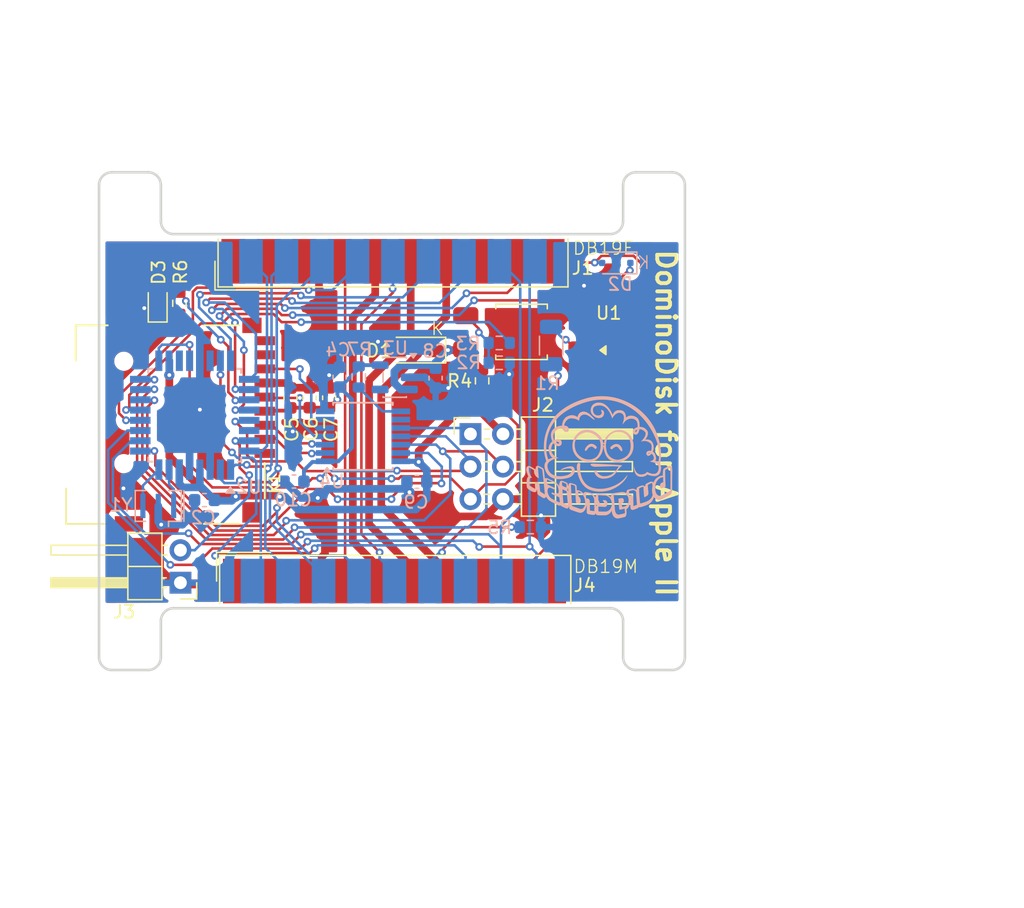
<source format=kicad_pcb>
(kicad_pcb (version 20241229) (generator "pcbnew") (generator_version "9.0")
  (title_block (comment 4 "AISLER Project ID: AYNAJPOB"))
  (layers (0 "F.Cu" signal) (2 "B.Cu" signal) (13 "F.Paste" user) (15 "B.Paste" user) (5 "F.SilkS" user "F.Silkscreen") (7 "B.SilkS" user "B.Silkscreen") (1 "F.Mask" user) (3 "B.Mask" user) (25 "Edge.Cuts" user))
  (net 0 "")
  (net 1 "TX")
  (net 2 "GND")
  (net 3 "PH0")
  (net 4 "PH1")
  (net 5 "PH2")
  (net 6 "PH3_in")
  (net 7 "Net-(U2-XTAL2{slash}PB7)")
  (net 8 "WRDATA")
  (net 9 "PH3_out")
  (net 10 "DRV2_burgerDisk")
  (net 11 "CS")
  (net 12 "MOSI")
  (net 13 "MISO")
  (net 14 "SCK")
  (net 15 "DRV1_in")
  (net 16 "HDSEL_out")
  (net 17 "DRV1_out")
  (net 18 "DRV2_out")
  (net 19 "WRPROT_in")
  (net 20 "5V_burgerDisk")
  (net 21 "WRPROT_out")
  (net 22 "5V_apple2")
  (net 23 "EN3.5")
  (net 24 "-12V")
  (net 25 "+12V")
  (net 26 "DRV2_in")
  (net 27 "WREQ")
  (net 28 "Net-(U2-XTAL1{slash}PB6)")
  (net 29 "Net-(D3-A)")
  (net 30 "RESET")
  (net 31 "RDDATA")
  (net 32 "Net-(R1-Pad2)")
  (net 33 "Net-(R2-Pad2)")
  (net 37 "HDSEL_in")
  (net 39 "3V3")
  (net 40 "CS_L")
  (net 41 "MOSI_L")
  (net 43 "MISO_L")
  (net 44 "SCLK_L")
  (net 46 "OE")
  (net 50 "LED")
  (footprint "db19:DSUB-19_Female_EdgeMount_Pitch2.77mm" (layer "F.Cu") (at 122.0266 44.6278 180)
    (property "Reference" "J1")
    (property "Value" "Daisy port out")
  )
  (footprint "Diode_SMD:D_SOD-123F" (layer "F.Cu") (at 123.9296 51.562 180)
    (property "Reference" "D1")
    (property "Value" "1N5818WS")
  )
  (footprint "HYC04-TF09-200:MICROSD-HYC77-TF09-200" (layer "F.Cu") (at 104.267 57.3786 -90)
    (property "Reference" "K1")
    (property "Value" "HYC77-TF09-200" (hide yes))
  )
  (footprint "Package_SO:SOP-4_3.8x4.1mm_P2.54mm" (layer "F.Cu") (at 132.0546 50.1396 180)
    (property "Reference" "U1")
    (property "Value" "PC817C-S")
  )
  (footprint "LED_SMD:LED_0603_1608Metric" (layer "F.Cu") (at 103.65973 47.883269 90)
    (property "Reference" "D3")
    (property "Value" "LED")
  )
  (footprint "Capacitor_SMD:C_0603_1608Metric" (layer "F.Cu") (at 117.0432 55.2828 -90)
    (property "Reference" "C7")
    (property "Value" "100n")
  )
  (footprint "Connector_PinHeader_2.54mm:PinHeader_1x02_P2.54mm_Horizontal" (layer "F.Cu") (at 105.4354 69.723 180)
    (property "Reference" "J3")
    (property "Value" "UART")
  )
  (footprint "MountingHole:MountingHole_3.2mm_M3" (layer "F.Cu") (at 142.2654 74.2696)
    (property "Reference" "REF**")
    (property "Value" "MountingHole_3.2mm_M3")
  )
  (footprint "Capacitor_SMD:C_0603_1608Metric" (layer "F.Cu") (at 114.0206 55.2958 -90)
    (property "Reference" "C5")
    (property "Value" "2u2")
  )
  (footprint "MountingHole:MountingHole_3.2mm_M3" (layer "F.Cu") (at 101.6254 74.2696)
    (property "Reference" "REF**")
    (property "Value" "MountingHole_3.2mm_M3")
  )
  (footprint "Resistor_SMD:R_0603_1608Metric" (layer "F.Cu") (at 105.3592 47.9044 90)
    (property "Reference" "R6")
    (property "Value" "150")
  )
  (footprint "MountingHole:MountingHole_3.2mm_M3" (layer "F.Cu") (at 142.2654 39.9796)
    (property "Reference" "REF**")
    (property "Value" "MountingHole_3.2mm_M3")
  )
  (footprint "Connector_PinHeader_2.54mm:PinHeader_2x03_P2.54mm_Horizontal" (layer "F.Cu") (at 128.0668 58.1152)
    (property "Reference" "J2")
    (property "Value" "ICSP_ISP6")
  )
  (footprint "db19:DSUB-19_Male_EdgeMount_Pitch2.77mm" (layer "F.Cu") (at 122.1486 69.5931)
    (property "Reference" "J4")
    (property "Value" "Daisy port in")
  )
  (footprint "Resistor_SMD:R_0603_1608Metric" (layer "F.Cu") (at 128.9812 53.9618 -90)
    (property "Reference" "R4")
    (property "Value" "10k")
  )
  (footprint "MountingHole:MountingHole_3.2mm_M3" (layer "F.Cu") (at 101.3714 39.9796)
    (property "Reference" "REF**")
    (property "Value" "MountingHole_3.2mm_M3")
  )
  (footprint "Capacitor_SMD:C_0603_1608Metric" (layer "F.Cu") (at 115.5192 55.2828 -90)
    (property "Reference" "C6")
    (property "Value" "100n")
  )
  (footprint "Resistor_SMD:R_0603_1608Metric" (layer "B.Cu") (at 119.3546 53.657 -90)
    (property "Reference" "R7")
    (property "Value" "10k")
  )
  (footprint "Resistor_SMD:R_0603_1608Metric" (layer "B.Cu") (at 132.7404 65.3796 180)
    (property "Reference" "R5")
    (property "Value" "330")
  )
  (footprint "LOGO" (layer "B.Cu") (at 138.136471 59.967687 180)
    (property "Reference" "G***")
    (property "Value" "LOGO" (hide yes))
  )
  (footprint "Package_QFP:TQFP-32_7x7mm_P0.8mm" (layer "B.Cu") (at 106.553 56.642 90)
    (property "Reference" "U2")
    (property "Value" "ATmega328P-AU")
  )
  (footprint "Capacitor_SMD:C_0603_1608Metric" (layer "B.Cu") (at 107.315 63.2714 180)
    (property "Reference" "C2")
    (property "Value" "100n")
  )
  (footprint "Resistor_SMD:R_1206_3216Metric" (layer "B.Cu") (at 134.366 51.2064 90)
    (property "Reference" "R1")
    (property "Value" "470")
  )
  (footprint "Resistor_SMD:R_0603_1608Metric" (layer "B.Cu") (at 130.3152 52.5526 180)
    (property "Reference" "R2")
    (property "Value" "10k")
  )
  (footprint "Capacitor_SMD:C_0603_1608Metric" (layer "B.Cu") (at 125.349 53.7464 90)
    (property "Reference" "C8")
    (property "Value" "2u2")
  )
  (footprint "Capacitor_SMD:C_0603_1608Metric" (layer "B.Cu") (at 117.856 53.6702 -90)
    (property "Reference" "C4")
    (property "Value" "2u2")
  )
  (footprint "Capacitor_SMD:C_0603_1608Metric" (layer "B.Cu") (at 123.8888 61.849)
    (property "Reference" "C9")
    (property "Value" "100n")
  )
  (footprint "Package_SO:TSSOP-14-1EP_4.4x5mm_P0.65mm" (layer "B.Cu") (at 119.6812 58.293)
    (property "Reference" "U4")
    (property "Value" "TXB0104PWR")
  )
  (footprint "Crystal:Resonator_SMD_Murata_CSTxExxV-3Pin_3.0x1.1mm" (layer "B.Cu") (at 103.7082 63.7286 180)
    (property "Reference" "Y1")
    (property "Value" "Crystal_GND2")
  )
  (footprint "Diode_SMD:D_SOD-323F" (layer "B.Cu") (at 139.446 44.7548 180)
    (property "Reference" "D2")
    (property "Value" "1N4448WS")
  )
  (footprint "Capacitor_SMD:C_0603_1608Metric" (layer "B.Cu") (at 114.3 61.8236 180)
    (property "Reference" "C10")
    (property "Value" "100n")
  )
  (footprint "Resistor_SMD:R_0603_1608Metric" (layer "B.Cu") (at 130.3152 51.0032 180)
    (property "Reference" "R3")
    (property "Value" "1k")
  )
  (footprint "Package_TO_SOT_SMD:SOT-23-5" (layer "B.Cu") (at 122.1584 53.6846 180)
    (property "Reference" "U3")
    (property "Value" "SE5218")
  )
  (gr_arc (start 103.9114 75.5396) (mid 103.618507 76.246707) (end 102.9114 76.5396) (stroke (width 0.2)) (layer "Edge.Cuts"))
  (gr_line (start 138.9794 71.7136) (end 104.9114 71.7136) (stroke (width 0.2)) (layer "Edge.Cuts"))
  (gr_arc (start 102.9114 37.6776) (mid 103.618507 37.970493) (end 103.9114 38.6776) (stroke (width 0.2)) (layer "Edge.Cuts"))
  (gr_arc (start 104.9114 42.5036) (mid 104.204293 42.210707) (end 103.9114 41.5036) (stroke (width 0.2)) (layer "Edge.Cuts"))
  (gr_line (start 143.8054 76.5396) (end 140.9794 76.5396) (stroke (width 0.2)) (layer "Edge.Cuts"))
  (gr_line (start 139.9794 75.5396) (end 139.9794 72.7136) (stroke (width 0.2)) (layer "Edge.Cuts"))
  (gr_arc (start 99.0854 38.6776) (mid 99.378293 37.970493) (end 100.0854 37.6776) (stroke (width 0.2)) (layer "Edge.Cuts"))
  (gr_line (start 103.9114 72.7136) (end 103.9114 75.5396) (stroke (width 0.2)) (layer "Edge.Cuts"))
  (gr_line (start 140.9794 37.6776) (end 143.8054 37.6776) (stroke (width 0.2)) (layer "Edge.Cuts"))
  (gr_line (start 144.8054 38.6776) (end 144.8054 75.5396) (stroke (width 0.2)) (layer "Edge.Cuts"))
  (gr_arc (start 103.9114 72.7136) (mid 104.204293 72.006493) (end 104.9114 71.7136) (stroke (width 0.2)) (layer "Edge.Cuts"))
  (gr_line (start 103.9114 38.6776) (end 103.9114 41.5036) (stroke (width 0.2)) (layer "Edge.Cuts"))
  (gr_arc (start 139.9794 41.5036) (mid 139.686507 42.210707) (end 138.9794 42.5036) (stroke (width 0.2)) (layer "Edge.Cuts"))
  (gr_arc (start 140.9794 76.5396) (mid 140.272293 76.246707) (end 139.9794 75.5396) (stroke (width 0.2)) (layer "Edge.Cuts"))
  (gr_arc (start 143.8054 37.6776) (mid 144.512507 37.970493) (end 144.8054 38.6776) (stroke (width 0.2)) (layer "Edge.Cuts"))
  (gr_line (start 104.9114 42.5036) (end 138.9794 42.5036) (stroke (width 0.2)) (layer "Edge.Cuts"))
  (gr_arc (start 138.9794 71.7136) (mid 139.686507 72.006493) (end 139.9794 72.7136) (stroke (width 0.2)) (layer "Edge.Cuts"))
  (gr_arc (start 144.8054 75.5396) (mid 144.512507 76.246707) (end 143.8054 76.5396) (stroke (width 0.2)) (layer "Edge.Cuts"))
  (gr_arc (start 139.9794 38.6776) (mid 140.272293 37.970493) (end 140.9794 37.6776) (stroke (width 0.2)) (layer "Edge.Cuts"))
  (gr_line (start 100.0854 37.6776) (end 102.9114 37.6776) (stroke (width 0.2)) (layer "Edge.Cuts"))
  (gr_line (start 102.9114 76.5396) (end 100.0854 76.5396) (stroke (width 0.2)) (layer "Edge.Cuts"))
  (gr_arc (start 100.0854 76.5396) (mid 99.378293 76.246707) (end 99.0854 75.5396) (stroke (width 0.2)) (layer "Edge.Cuts"))
  (gr_line (start 99.0854 75.5396) (end 99.0854 38.6776) (stroke (width 0.2)) (layer "Edge.Cuts"))
  (gr_line (start 139.9794 41.5036) (end 139.9794 38.6776) (stroke (width 0.2)) (layer "Edge.Cuts"))
  (gr_text "DB19F" (at 135.9916 44.196 0) (layer "F.SilkS") (effects (font (size 1 1) (thickness 0.1)) (justify left bottom)))
  (gr_text "DB19M\n" (at 136.0424 69.0401 0) (layer "F.SilkS") (effects (font (size 1 1) (thickness 0.1)) (justify left bottom)))
  (gr_text "DominoDisk for Apple II" (at 142.4432 43.561 270) (layer "F.SilkS") (effects (font (size 1.5 1.5) (thickness 0.3) (bold yes)) (justify left bottom)))
  (segment (start 109.728 58.6486) (end 110.061397 58.981997) (width 0.2) (layer "F.Cu") (net 1))
  (segment (start 110.061397 58.981997) (end 110.061397 60.747632) (width 0.2) (layer "F.Cu") (net 1))
  (segment (start 110.629365 61.3156) (end 110.8036 61.3156) (width 0.2) (layer "F.Cu") (net 1))
  (segment (start 110.061397 60.747632) (end 110.629365 61.3156) (width 0.2) (layer "F.Cu") (net 1))
  (via (at 109.728 58.6486) (size 0.6) (drill 0.3) (layers "F.Cu" "B.Cu") (net 1))
  (via (at 110.8036 61.3156) (size 0.6) (drill 0.3) (layers "F.Cu" "B.Cu") (net 1))
  (segment (start 110.803 58.642) (end 109.7346 58.642) (width 0.2) (layer "B.Cu") (net 1))
  (segment (start 110.8036 62.933164) (end 106.553764 67.183) (width 0.2) (layer "B.Cu") (net 1))
  (segment (start 109.7346 58.642) (end 109.728 58.6486) (width 0.2) (layer "B.Cu") (net 1))
  (segment (start 110.8036 61.3156) (end 110.8036 62.933164) (width 0.2) (layer "B.Cu") (net 1))
  (segment (start 106.553764 67.183) (end 105.4354 67.183) (width 0.2) (layer "B.Cu") (net 1))
  (segment (start 114.0466 54.4948) (end 115.5062 54.4948) (width 0.6) (layer "F.Cu") (net 2))
  (segment (start 129.2558 64.5462) (end 130.6068 63.1952) (width 0.6) (layer "F.Cu") (net 2))
  (segment (start 116.457453 68.354247) (end 115.2186 69.5931) (width 0.6) (layer "F.Cu") (net 2))
  (segment (start 133.1468 64.4652) (end 131.8768 63.1952) (width 0.6) (layer "F.Cu") (net 2))
  (segment (start 103.847 65.2774) (end 103.9368 65.1876) (width 0.6) (layer "F.Cu") (net 2))
  (segment (start 109.4081 69.8636) (end 105.576 69.8636) (width 0.6) (layer "F.Cu") (net 2))
  (segment (start 116.1542 63.9826) (end 116.713 64.5414) (width 0.6) (layer "F.Cu") (net 2))
  (segment (start 115.5192 54.5078) (end 117.0432 54.5078) (width 0.6) (layer "F.Cu") (net 2))
  (segment (start 116.713 67.4624) (end 116.457453 67.717947) (width 0.6) (layer "F.Cu") (net 2))
  (segment (start 135.7214 48.8096) (end 136.7046 48.8096) (width 0.6) (layer "F.Cu") (net 2))
  (segment (start 133.5786 64.4652) (end 133.1468 64.4652) (width 0.6) (layer "F.Cu") (net 2))
  (segment (start 115.2186 69.5931) (end 112.4486 69.5931) (width 0.6) (layer "F.Cu") (net 2))
  (segment (start 113.6284 54.1286) (end 114.0206 54.5208) (width 0.6) (layer "F.Cu") (net 2))
  (segment (start 117.0432 53.5178) (end 116.249582 52.724182) (width 0.6) (layer "F.Cu") (net 2))
  (segment (start 104.4956 44.6278) (end 109.5566 44.6278) (width 0.6) (layer "F.Cu") (net 2))
  (segment (start 112.017 54.1286) (end 113.6284 54.1286) (width 0.6) (layer "F.Cu") (net 2))
  (segment (start 116.249582 52.724182) (end 116.249582 45.780782) (width 0.6) (layer "F.Cu") (net 2))
  (segment (start 125.2014 64.5462) (end 129.2558 64.5462) (width 0.6) (layer "F.Cu") (net 2))
  (segment (start 116.713 64.5414) (end 116.713 67.4624) (width 0.6) (layer "F.Cu") (net 2))
  (segment (start 131.8768 63.1952) (end 130.6068 63.1952) (width 0.6) (layer "F.Cu") (net 2))
  (segment (start 104.912214 69.723) (end 103.847 68.657786) (width 0.6) (layer "F.Cu") (net 2))
  (segment (start 102.616 48.2854) (end 102.616 46.5074) (width 0.6) (layer "F.Cu") (net 2))
  (segment (start 102.616 46.5074) (end 104.4956 44.6278) (width 0.6) (layer "F.Cu") (net 2))
  (segment (start 116.1542 63.107438) (end 116.1542 63.9826) (width 0.6) (layer "F.Cu") (net 2))
  (segment (start 112.3266 44.6278) (end 109.5566 44.6278) (width 0.6) (layer "F.Cu") (net 2))
  (segment (start 116.249582 45.780782) (end 115.0966 44.6278) (width 0.6) (layer "F.Cu") (net 2))
  (segment (start 123.313583 62.658383) (end 125.2014 64.5462) (width 0.6) (layer "F.Cu") (net 2))
  (segment (start 103.847 68.657786) (end 103.847 65.2774) (width 0.6) (layer "F.Cu") (net 2))
  (segment (start 103.274361 48.2854) (end 103.65973 48.670769) (width 0.6) (layer "F.Cu") (net 2))
  (segment (start 116.457453 67.717947) (end 116.457453 68.354247) (width 0.6) (layer "F.Cu") (net 2))
  (segment (start 115.0966 44.6278) (end 112.3266 44.6278) (width 0.6) (layer "F.Cu") (net 2))
  (segment (start 112.4486 69.5931) (end 109.6786 69.5931) (width 0.6) (layer "F.Cu") (net 2))
  (segment (start 117.0432 53.5178) (end 117.0432 54.5078) (width 0.6) (layer "F.Cu") (net 2))
  (segment (start 131.0894 53.4416) (end 135.7214 48.8096) (width 0.6) (layer "F.Cu") (net 2))
  (segment (start 102.616 48.2854) (end 103.274361 48.2854) (width 0.6) (layer "F.Cu") (net 2))
  (via (at 136.9314 46.5328) (size 0.6) (drill 0.3) (layers "F.Cu" "B.Cu") (net 2))
  (via (at 117.0432 53.5178) (size 0.8) (drill 0.3) (layers "F.Cu" "B.Cu") (net 2))
  (via (at 131.0894 53.4416) (size 0.8) (drill 0.3) (layers "F.Cu" "B.Cu") (net 2))
  (via (at 114.1984 57.912) (size 0.6) (drill 0.3) (layers "F.Cu" "B.Cu") (net 2))
  (via (at 123.313583 62.658383) (size 0.8) (drill 0.3) (layers "F.Cu" "B.Cu") (net 2))
  (via (at 120.8532 50.9016) (size 0.6) (drill 0.3) (layers "F.Cu" "B.Cu") (net 2))
  (via (at 103.9368 65.1876) (size 0.8) (drill 0.3) (layers "F.Cu" "B.Cu") (net 2))
  (via (at 102.616 48.2854) (size 0.8) (drill 0.3) (layers "F.Cu" "B.Cu") (net 2))
  (via (at 133.5786 64.4652) (size 0.8) (drill 0.3) (layers "F.Cu" "B.Cu") (net 2))
  (via (at 100.9904 62.357) (size 0.6) (drill 0.3) (layers "F.Cu" "B.Cu") (net 2))
  (via (at 116.1542 63.107438) (size 0.8) (drill 0.3) (layers "F.Cu" "B.Cu") (net 2))
  (via (at 126.3396 54.5214) (size 0.6) (drill 0.3) (layers "F.Cu" "B.Cu") (net 2))
  (via (at 106.953 56.2102) (size 0.6) (drill 0.3) (layers "F.Cu" "B.Cu") (net 2))
  (segment (start 133.5786 64.9986) (end 133.5654 65.0118) (width 0.4) (layer "B.Cu") (net 2))
  (segment (start 117.0432 53.5178) (end 117.2842 53.5178) (width 0.6) (layer "B.Cu") (net 2))
  (segment (start 116.6368 53.9242) (end 116.6368 56.1848) (width 0.6) (layer "B.Cu") (net 2))
  (segment (start 106.54 64.2496) (end 106.54 63.2714) (width 0.6) (layer "B.Cu") (net 2))
  (segment (start 114.847238 63.107438) (end 113.5634 61.8236) (width 0.6) (layer "B.Cu") (net 2))
  (segment (start 116.867438 62.3942) (end 123.0494 62.3942) (width 0.6) (layer "B.Cu") (net 2))
  (segment (start 106.953 56.2102) (end 106.953 56.242) (width 0.6) (layer "B.Cu") (net 2))
  (segment (start 123.0494 62.3942) (end 123.313583 62.658383) (width 0.6) (layer "B.Cu") (net 2))
  (segment (start 117.0432 53.5178) (end 116.6368 53.9242) (width 0.6) (layer "B.Cu") (net 2))
  (segment (start 103.9368 65.1876) (end 105.602 65.1876) (width 0.6) (layer "B.Cu") (net 2))
  (segment (start 103.9368 65.1876) (end 103.7082 64.959) (width 0.6) (layer "B.Cu") (net 2))
  (segment (start 106.953 50.1586) (end 106.953 52.392) (width 0.6) (layer "B.Cu") (net 2))
  (segment (start 116.6368 56.1848) (end 116.719 56.267) (width 0.6) (layer "B.Cu") (net 2))
  (segment (start 102.616 48.2854) (end 105.0798 48.2854) (width 0.6) (layer "B.Cu") (net 2))
  (segment (start 130.0096 54.5214) (end 131.0894 53.4416) (width 0.6) (layer "B.Cu") (net 2))
  (segment (start 105.602 65.1876) (end 106.54 64.2496) (width 0.6) (layer "B.Cu") (net 2))
  (segment (start 106.953 52.392) (end 106.953 56.2102) (width 0.6) (layer "B.Cu") (net 2))
  (segment (start 105.0798 48.2854) (end 106.953 50.1586) (width 0.6) (layer "B.Cu") (net 2))
  (segment (start 133.5786 64.4652) (end 133.5786 64.9986) (width 0.4) (layer "B.Cu") (net 2))
  (segment (start 125.349 54.5214) (end 126.3396 54.5214) (width 0.6) (layer "B.Cu") (net 2))
  (segment (start 123.2959 53.6846) (end 124.5122 53.6846) (width 0.6) (layer "B.Cu") (net 2))
  (segment (start 117.2842 53.5178) (end 117.856 52.946) (width 0.6) (layer "B.Cu") (net 2))
  (segment (start 106.153 57.042) (end 106.953 56.242) (width 0.6) (layer "B.Cu") (net 2))
  (segment (start 116.1542 63.107438) (end 116.867438 62.3942) (width 0.6) (layer "B.Cu") (net 2))
  (segment (start 107.753 60.892) (end 107.753 57.042) (width 0.6) (layer "B.Cu") (net 2))
  (segment (start 106.153 60.892) (end 106.153 57.042) (width 0.6) (layer "B.Cu") (net 2))
  (segment (start 133.5654 65.0118) (end 133.5654 65.3796) (width 0.4) (layer "B.Cu") (net 2))
  (segment (start 126.3396 54.5214) (end 130.0096 54.5214) (width 0.6) (layer "B.Cu") (net 2))
  (segment (start 124.5122 53.6846) (end 125.349 54.5214) (width 0.6) (layer "B.Cu") (net 2))
  (segment (start 107.753 57.042) (end 106.953 56.242) (width 0.6) (layer "B.Cu") (net 2))
  (segment (start 103.7082 64.959) (end 103.7082 63.7286) (width 0.6) (layer "B.Cu") (net 2))
  (segment (start 116.1542 63.107438) (end 114.847238 63.107438) (width 0.6) (layer "B.Cu") (net 2))
  (segment (start 116.719 56.267) (end 116.7312 56.267) (width 0.6) (layer "B.Cu") (net 2))
  (segment (start 117.856 52.946) (end 117.856 52.8952) (width 0.6) (layer "B.Cu") (net 2))
  (segment (start 111.4612 59.442) (end 111.7092 59.69) (width 0.2) (layer "B.Cu") (net 3))
  (segment (start 111.3342 59.442) (end 111.4612 59.442) (width 0.2) (layer "B.Cu") (net 3))
  (segment (start 111.7092 59.69) (end 111.7092 68.5411) (width 0.2) (layer "B.Cu") (net 3))
  (segment (start 110.9416 44.6278) (end 112.1918 45.878) (width 0.2) (layer "B.Cu") (net 3))
  (segment (start 111.803 59.442) (end 110.803 59.442) (width 0.2) (layer "B.Cu") (net 3))
  (segment (start 112.1918 45.878) (end 112.1918 59.0532) (width 0.2) (layer "B.Cu") (net 3))
  (segment (start 112.1918 59.0532) (end 111.803 59.442) (width 0.2) (layer "B.Cu") (net 3))
  (segment (start 110.748197 60.6552) (end 110.612397 60.5194) (width 0.2) (layer "F.Cu") (net 4))
  (segment (start 112.2592 60.7988) (end 112.1156 60.6552) (width 0.2) (layer "F.Cu") (net 4))
  (segment (start 112.1156 60.6552) (end 110.748197 60.6552) (width 0.2) (layer "F.Cu") (net 4))
  (via (at 110.612397 60.5194) (size 0.6) (drill 0.3) (layers "F.Cu" "B.Cu") (net 4))
  (via (at 112.2592 60.7988) (size 0.6) (drill 0.3) (layers "F.Cu" "B.Cu") (net 4))
  (segment (start 110.612397 60.5194) (end 109.7256 60.5194) (width 0.2) (layer "B.Cu") (net 4))
  (segment (start 112.546873 45.792527) (end 113.7116 44.6278) (width 0.2) (layer "B.Cu") (net 4))
  (segment (start 112.0648 67.007633) (end 113.8336 68.776433) (width 0.2) (layer "B.Cu") (net 4))
  (segment (start 112.546873 60.511127) (end 112.546873 45.792527) (width 0.2) (layer "B.Cu") (net 4))
  (segment (start 112.2592 60.7988) (end 112.546873 60.511127) (width 0.2) (layer "B.Cu") (net 4))
  (segment (start 112.2592 60.7988) (end 112.2592 60.9942) (width 0.2) (layer "B.Cu") (net 4))
  (segment (start 112.2592 60.9942) (end 112.0648 61.1886) (width 0.2) (layer "B.Cu") (net 4))
  (segment (start 112.0648 61.1886) (end 112.0648 67.007633) (width 0.2) (layer "B.Cu") (net 4))
  (segment (start 109.7256 60.5194) (end 109.397256 60.847744) (width 0.2) (layer "B.Cu") (net 4))
  (segment (start 110.219926 61.8744) (end 110.076326 61.7308) (width 0.2) (layer "F.Cu") (net 5))
  (segment (start 113.06141 60.7988) (end 113.06141 61.344797) (width 0.2) (layer "F.Cu") (net 5))
  (segment (start 113.06141 61.344797) (end 112.531807 61.8744) (width 0.2) (layer "F.Cu") (net 5))
  (segment (start 112.531807 61.8744) (end 110.219926 61.8744) (width 0.2) (layer "F.Cu") (net 5))
  (via (at 113.06141 60.7988) (size 0.6) (drill 0.3) (layers "F.Cu" "B.Cu") (net 5))
  (via (at 110.076326 61.7308) (size 0.6) (drill 0.3) (layers "F.Cu" "B.Cu") (net 5))
  (segment (start 110.076326 61.745674) (end 109.879 61.943) (width 0.2) (layer "B.Cu") (net 5))
  (segment (start 108.8802 61.943) (end 108.553 61.6158) (width 0.2) (layer "B.Cu") (net 5))
  (segment (start 112.4202 61.519) (end 112.4202 65.014367) (width 0.2) (layer "B.Cu") (net 5))
  (segment (start 109.879 61.943) (end 108.8802 61.943) (width 0.2) (layer "B.Cu") (net 5))
  (segment (start 113.06141 60.87779) (end 112.4202 61.519) (width 0.2) (layer "B.Cu") (net 5))
  (segment (start 113.06141 60.7988) (end 112.9538 60.69119) (width 0.2) (layer "B.Cu") (net 5))
  (segment (start 114.3096 46.7518) (end 114.752933 46.7518) (width 0.2) (layer "B.Cu") (net 5))
  (segment (start 113.06141 60.7988) (end 113.06141 60.87779) (width 0.2) (layer "B.Cu") (net 5))
  (segment (start 114.752933 46.7518) (end 116.4816 45.023133) (width 0.2) (layer "B.Cu") (net 5))
  (segment (start 112.9538 60.69119) (end 112.9538 48.1076) (width 0.2) (layer "B.Cu") (net 5))
  (segment (start 112.9538 48.1076) (end 114.3096 46.7518) (width 0.2) (layer "B.Cu") (net 5))
  (segment (start 108.553 61.6158) (end 108.553 60.892) (width 0.2) (layer "B.Cu") (net 5))
  (segment (start 112.4202 65.014367) (end 116.6036 69.197767) (width 0.2) (layer "B.Cu") (net 5))
  (segment (start 110.076326 61.7308) (end 110.076326 61.745674) (width 0.2) (layer "B.Cu") (net 5))
  (segment (start 103.4034 59.436) (end 103.4542 59.436) (width 0.2) (layer "F.Cu") (net 6))
  (segment (start 111.8854 65.2796) (end 112.9702 64.1948) (width 0.2) (layer "F.Cu") (net 6))
  (segment (start 103.4796 60.579) (end 108.1802 65.2796) (width 0.2) (layer "F.Cu") (net 6))
  (segment (start 112.9702 64.1948) (end 112.9702 63.880828) (width 0.2) (layer "F.Cu") (net 6))
  (segment (start 108.1802 65.2796) (end 111.8854 65.2796) (width 0.2) (layer "F.Cu") (net 6))
  (segment (start 103.4542 59.436) (end 103.4796 59.4614) (width 0.2) (layer "F.Cu") (net 6))
  (segment (start 103.4796 59.4614) (end 103.4796 60.579) (width 0.2) (layer "F.Cu") (net 6))
  (via (at 103.4034 59.436) (size 0.6) (drill 0.3) (layers "F.Cu" "B.Cu") (net 6))
  (via (at 112.9702 63.880828) (size 0.6) (drill 0.3) (layers "F.Cu" "B.Cu") (net 6))
  (segment (start 112.9702 63.919935) (end 112.9712 63.920935) (width 0.2) (layer "B.Cu") (net 6))
  (segment (start 112.9712 63.920935) (end 112.9712 64.986525) (width 0.2) (layer "B.Cu") (net 6))
  (segment (start 112.9712 64.986525) (end 115.586775 67.6021) (width 0.2) (layer "B.Cu") (net 6))
  (segment (start 103.4034 59.436) (end 103.251 59.436) (width 0.2) (layer "B.Cu") (net 6))
  (segment (start 103.251 59.436) (end 103.245 59.442) (width 0.2) (layer "B.Cu") (net 6))
  (segment (start 112.9702 63.880828) (end 112.9702 63.919935) (width 0.2) (layer "B.Cu") (net 6))
  (segment (start 115.586775 67.6021) (end 118.199267 67.6021) (width 0.2) (layer "B.Cu") (net 6))
  (segment (start 118.199267 67.6021) (end 119.3736 68.776433) (width 0.2) (layer "B.Cu") (net 6))
  (segment (start 103.245 59.442) (end 102.303 59.442) (width 0.2) (layer "B.Cu") (net 6))
  (segment (start 102.5082 62.1368) (end 102.5082 63.7286) (width 0.2) (layer "B.Cu") (net 7))
  (segment (start 103.753 60.892) (end 102.5082 62.1368) (width 0.2) (layer "B.Cu") (net 7))
  (segment (start 115.349905 66.513051) (end 115.349905 66.539495) (width 0.2) (layer "F.Cu") (net 8))
  (segment (start 107.9246 67.056) (end 106.6546 68.326) (width 0.2) (layer "F.Cu") (net 8))
  (segment (start 115.349905 66.539495) (end 114.8334 67.056) (width 0.2) (layer "F.Cu") (net 8))
  (segment (start 114.8334 67.056) (end 107.9246 67.056) (width 0.2) (layer "F.Cu") (net 8))
  (segment (start 132.6896 66.9036) (end 128.778 66.9036) (width 0.2) (layer "F.Cu") (net 8))
  (segment (start 106.6546 68.326) (end 104.648 68.326) (width 0.2) (layer "F.Cu") (net 8))
  (segment (start 128.778 66.9036) (end 128.7526 66.929) (width 0.2) (layer "F.Cu") (net 8))
  (via (at 128.7526 66.929) (size 0.6) (drill 0.3) (layers "F.Cu" "B.Cu") (net 8))
  (via (at 104.648 68.326) (size 0.6) (drill 0.3) (layers "F.Cu" "B.Cu") (net 8))
  (via (at 132.6896 66.9036) (size 0.6) (drill 0.3) (layers "F.Cu" "B.Cu") (net 8))
  (via (at 115.349905 66.513051) (size 0.6) (drill 0.3) (layers "F.Cu" "B.Cu") (net 8))
  (segment (start 99.7966 63.4746) (end 99.7966 59.3484) (width 0.2) (layer "B.Cu") (net 8))
  (segment (start 128.7526 66.929) (end 128.27 66.4464) (width 0.2) (layer "B.Cu") (net 8))
  (segment (start 101.303 57.842) (end 102.303 57.842) (width 0.2) (layer "B.Cu") (net 8))
  (segment (start 115.416556 66.4464) (end 115.349905 66.513051) (width 0.2) (layer "B.Cu") (net 8))
  (segment (start 132.6896 66.9036) (end 132.6896 45.0398) (width 0.2) (layer "B.Cu") (net 8))
  (segment (start 132.6896 66.9036) (end 132.715 66.9036) (width 0.2) (layer "B.Cu") (net 8))
  (segment (start 128.27 66.4464) (end 115.416556 66.4464) (width 0.2) (layer "B.Cu") (net 8))
  (segment (start 132.715 66.9036) (end 133.2236 67.4122) (width 0.2) (layer "B.Cu") (net 8))
  (segment (start 104.648 68.326) (end 99.7966 63.4746) (width 0.2) (layer "B.Cu") (net 8))
  (segment (start 133.2236 67.4122) (end 133.2236 69.5931) (width 0.2) (layer "B.Cu") (net 8))
  (segment (start 99.7966 59.3484) (end 101.303 57.842) (width 0.2) (layer "B.Cu") (net 8))
  (segment (start 115.264979 46.684199) (end 115.448582 46.867802) (width 0.2) (layer "F.Cu") (net 9))
  (segment (start 106.408952 47.006967) (end 106.73172 46.684199) (width 0.2) (layer "F.Cu") (net 9))
  (segment (start 100.6426 56.491) (end 100.6426 55.1102) (width 0.2) (layer "F.Cu") (net 9))
  (segment (start 101.1936 57.042) (end 100.6426 56.491) (width 0.2) (layer "F.Cu") (net 9))
  (segment (start 106.73172 46.684199) (end 115.264979 46.684199) (width 0.2) (layer "F.Cu") (net 9))
  (segment (start 100.6426 55.1102) (end 106.408952 49.343848) (width 0.2) (layer "F.Cu") (net 9))
  (segment (start 106.408952 49.343848) (end 106.408952 47.006967) (width 0.2) (layer "F.Cu") (net 9))
  (via (at 101.1936 57.042) (size 0.6) (drill 0.3) (layers "F.Cu" "B.Cu") (net 9))
  (via (at 115.448582 46.867802) (size 0.6) (drill 0.3) (layers "F.Cu" "B.Cu") (net 9))
  (segment (start 117.306931 46.867802) (end 119.2516 44.923133) (width 0.2) (layer "B.Cu") (net 9))
  (segment (start 115.448582 46.867802) (end 117.306931 46.867802) (width 0.2) (layer "B.Cu") (net 9))
  (segment (start 101.1936 57.042) (end 102.303 57.042) (width 0.2) (layer "B.Cu") (net 9))
  (segment (start 113.08413 49.1236) (end 112.70313 48.7426) (width 0.2) (layer "F.Cu") (net 10))
  (segment (start 102.855462 53.641992) (end 102.855462 53.653717) (width 0.2) (layer "F.Cu") (net 10))
  (segment (start 101.7062 54.8086) (end 101.4476 55.0672) (width 0.2) (layer "F.Cu") (net 10))
  (segment (start 107.0356 49.4792) (end 103.195576 53.319224) (width 0.2) (layer "F.Cu") (net 10))
  (segment (start 103.17823 53.319224) (end 102.855462 53.641992) (width 0.2) (layer "F.Cu") (net 10))
  (segment (start 102.855462 53.653717) (end 101.7062 54.80298) (width 0.2) (layer "F.Cu") (net 10))
  (segment (start 109.4232 48.7426) (end 108.6866 49.4792) (width 0.2) (layer "F.Cu") (net 10))
  (segment (start 101.4476 55.9816) (end 101.1936 56.2356) (width 0.2) (layer "F.Cu") (net 10))
  (segment (start 101.4476 55.0672) (end 101.4476 55.9816) (width 0.2) (layer "F.Cu") (net 10))
  (segment (start 103.195576 53.319224) (end 103.17823 53.319224) (width 0.2) (layer "F.Cu") (net 10))
  (segment (start 113.08413 49.12693) (end 113.08413 49.1236) (width 0.2) (layer "F.Cu") (net 10))
  (segment (start 112.70313 48.7426) (end 109.4232 48.7426) (width 0.2) (layer "F.Cu") (net 10))
  (segment (start 101.7062 54.80298) (end 101.7062 54.8086) (width 0.2) (layer "F.Cu") (net 10))
  (segment (start 108.6866 49.4792) (end 107.0356 49.4792) (width 0.2) (layer "F.Cu") (net 10))
  (segment (start 113.335684 49.378484) (end 113.08413 49.12693) (width 0.2) (layer "F.Cu") (net 10))
  (segment (start 114.8588 49.378484) (end 113.335684 49.378484) (width 0.2) (layer "F.Cu") (net 10))
  (via (at 101.1936 56.2356) (size 0.6) (drill 0.3) (layers "F.Cu" "B.Cu") (net 10))
  (via (at 114.8588 49.378484) (size 0.6) (drill 0.3) (layers "F.Cu" "B.Cu") (net 10))
  (segment (start 114.8588 49.378484) (end 129.515484 49.378484) (width 0.2) (layer "B.Cu") (net 10))
  (segment (start 101.1936 56.2356) (end 101.219 56.2102) (width 0.2) (layer "B.Cu") (net 10))
  (segment (start 101.219 56.2102) (end 102.2712 56.2102) (width 0.2) (layer "B.Cu") (net 10))
  (segment (start 129.515484 49.378484) (end 131.1402 51.0032) (width 0.2) (layer "B.Cu") (net 10))
  (segment (start 125.541235 61.9506) (end 125.566635 61.976) (width 0.2) (layer "F.Cu") (net 11))
  (segment (start 125.566635 61.976) (end 125.8062 61.976) (width 0.2) (layer "F.Cu") (net 11))
  (segment (start 102.8524 60.5868) (end 102.8524 56.0246) (width 0.2) (layer "F.Cu") (net 11))
  (segment (start 102.8524 56.0246) (end 103.4034 55.4736) (width 0.2) (layer "F.Cu") (net 11))
  (segment (start 113.538 64.262) (end 113.527951 64.262) (width 0.2) (layer "F.Cu") (net 11))
  (segment (start 121.9072 63.073402) (end 123.030002 61.9506) (width 0.2) (layer "F.Cu") (net 11))
  (segment (start 115.393562 62.406438) (end 113.538 64.262) (width 0.2) (layer "F.Cu") (net 11))
  (segment (start 113.134013 64.655938) (end 113.134013 64.659976) (width 0.2) (layer "F.Cu") (net 11))
  (segment (start 116.9026 62.406438) (end 115.393562 62.406438) (width 0.2) (layer "F.Cu") (net 11))
  (segment (start 113.134013 64.659976) (end 112.146589 65.6474) (width 0.2) (layer "F.Cu") (net 11))
  (segment (start 117.7036 63.207438) (end 116.9026 62.406438) (width 0.2) (layer "F.Cu") (net 11))
  (segment (start 113.527951 64.262) (end 113.134013 64.655938) (width 0.2) (layer "F.Cu") (net 11))
  (segment (start 121.9072 63.1952) (end 121.9072 63.073402) (width 0.2) (layer "F.Cu") (net 11))
  (segment (start 107.913 65.6474) (end 102.8524 60.5868) (width 0.2) (layer "F.Cu") (net 11))
  (segment (start 123.030002 61.9506) (end 125.541235 61.9506) (width 0.2) (layer "F.Cu") (net 11))
  (segment (start 112.146589 65.6474) (end 107.913 65.6474) (width 0.2) (layer "F.Cu") (net 11))
  (via (at 125.8062 61.976) (size 0.6) (drill 0.3) (layers "F.Cu" "B.Cu") (net 11))
  (via (at 117.7036 63.207438) (size 0.6) (drill 0.3) (layers "F.Cu" "B.Cu") (net 11))
  (via (at 103.4034 55.4736) (size 0.6) (drill 0.3) (layers "F.Cu" "B.Cu") (net 11))
  (via (at 121.9072 63.1952) (size 0.6) (drill 0.3) (layers "F.Cu" "B.Cu") (net 11))
  (segment (start 125.8062 61.976) (end 125.8062 61.849) (width 0.2) (layer "B.Cu") (net 11))
  (segment (start 125.832965 60.656565) (end 124.7694 59.593) (width 0.2) (layer "B.Cu") (net 11))
  (segment (start 124.7694 59.593) (end 122.6312 59.593) (width 0.2) (layer "B.Cu") (net 11))
  (segment (start 117.786948 63.1952) (end 117.7036 63.111852) (width 0.2) (layer "B.Cu") (net 11))
  (segment (start 121.9072 63.1952) (end 117.786948 63.1952) (width 0.2) (layer "B.Cu") (net 11))
  (segment (start 117.7036 63.111852) (end 117.7036 63.207438) (width 0.2) (layer "B.Cu") (net 11))
  (segment (start 125.8062 61.849) (end 125.832965 61.822235) (width 0.2) (layer "B.Cu") (net 11))
  (segment (start 125.832965 61.822235) (end 125.832965 60.656565) (width 0.2) (layer "B.Cu") (net 11))
  (segment (start 103.4034 55.4736) (end 102.3346 55.4736) (width 0.2) (layer "B.Cu") (net 11))
  (segment (start 113.685013 65.029387) (end 112.716 65.9984) (width 0.2) (layer "F.Cu") (net 12))
  (segment (start 113.685013 64.88417) (end 113.685013 65.029387) (width 0.2) (layer "F.Cu") (net 12))
  (segment (start 102.4636 55.3212) (end 103.164916 54.619884) (width 0.2) (layer "F.Cu") (net 12))
  (segment (start 125.9078 59.4614) (end 129.413 59.4614) (width 0.2) (layer "F.Cu") (net 12))
  (segment (start 103.164916 54.619884) (end 103.403063 54.619884) (width 0.2) (layer "F.Cu") (net 12))
  (segment (start 107.6798 65.9984) (end 102.4636 60.7822) (width 0.2) (layer "F.Cu") (net 12))
  (segment (start 103.403063 54.619884) (end 103.403399 54.62022) (width 0.2) (layer "F.Cu") (net 12))
  (segment (start 102.4636 60.7822) (end 102.4636 55.3212) (width 0.2) (layer "F.Cu") (net 12))
  (segment (start 129.413 59.4614) (end 130.6068 60.6552) (width 0.2) (layer "F.Cu") (net 12))
  (segment (start 112.716 65.9984) (end 107.6798 65.9984) (width 0.2) (layer "F.Cu") (net 12))
  (via (at 113.685013 64.88417) (size 0.6) (drill 0.3) (layers "F.Cu" "B.Cu") (net 12))
  (via (at 125.9078 59.4614) (size 0.6) (drill 0.3) (layers "F.Cu" "B.Cu") (net 12))
  (via (at 103.403399 54.62022) (size 0.6) (drill 0.3) (layers "F.Cu" "B.Cu") (net 12))
  (segment (start 103.403399 54.62022) (end 103.403063 54.619884) (width 0.2) (layer "B.Cu") (net 12))
  (segment (start 103.1428 54.642) (end 102.303 54.642) (width 0.2) (layer "B.Cu") (net 12))
  (segment (start 103.403063 54.619884) (end 103.164916 54.619884) (width 0.2) (layer "B.Cu") (net 12))
  (segment (start 126.492 60.0456) (end 125.3894 58.943) (width 0.2) (layer "B.Cu") (net 12))
  (segment (start 113.685013 64.88417) (end 113.722983 64.8462) (width 0.2) (layer "B.Cu") (net 12))
  (segment (start 126.492 62.82071) (end 126.492 60.0456) (width 0.2) (layer "B.Cu") (net 12))
  (segment (start 125.3894 58.943) (end 122.6312 58.943) (width 0.2) (layer "B.Cu") (net 12))
  (segment (start 113.722983 64.8462) (end 124.46651 64.8462) (width 0.2) (layer "B.Cu") (net 12))
  (segment (start 103.164916 54.619884) (end 103.1428 54.642) (width 0.2) (layer "B.Cu") (net 12))
  (segment (start 124.46651 64.8462) (end 126.492 62.82071) (width 0.2) (layer "B.Cu") (net 12))
  (segment (start 113.4572 66.3494) (end 107.4466 66.3494) (width 0.2) (layer "F.Cu") (net 13))
  (segment (start 102.0572 54.948368) (end 103.157568 53.848) (width 0.2) (layer "F.Cu") (net 13))
  (segment (start 114.340682 65.403505) (end 114.340682 65.465918) (width 0.2) (layer "F.Cu") (net 13))
  (segment (start 114.340682 65.465918) (end 113.4572 66.3494) (width 0.2) (layer "F.Cu") (net 13))
  (segment (start 103.384238 53.848) (end 103.406462 53.870224) (width 0.2) (layer "F.Cu") (net 13))
  (segment (start 102.0572 60.96) (end 102.0572 54.948368) (width 0.2) (layer "F.Cu") (net 13))
  (segment (start 103.157568 53.848) (end 103.384238 53.848) (width 0.2) (layer "F.Cu") (net 13))
  (segment (start 107.4466 66.3494) (end 102.0572 60.96) (width 0.2) (layer "F.Cu") (net 13))
  (via (at 103.406462 53.870224) (size 0.6) (drill 0.3) (layers "F.Cu" "B.Cu") (net 13))
  (via (at 114.340682 65.403505) (size 0.6) (drill 0.3) (layers "F.Cu" "B.Cu") (net 13))
  (segment (start 103.1748 53.848) (end 103.1688 53.842) (width 0.2) (layer "B.Cu") (net 13))
  (segment (start 129.3114 59.3598) (end 128.0668 58.1152) (width 0.2) (layer "B.Cu") (net 13))
  (segment (start 127.889 65.405) (end 129.3114 63.9826) (width 0.2) (layer "B.Cu") (net 13))
  (segment (start 103.406462 53.870224) (end 103.384238 53.848) (width 0.2) (layer "B.Cu") (net 13))
  (segment (start 103.384238 53.848) (end 103.1748 53.848) (width 0.2) (layer "B.Cu") (net 13))
  (segment (start 114.342177 65.405) (end 127.889 65.405) (width 0.2) (layer "B.Cu") (net 13))
  (segment (start 103.1688 53.842) (end 102.303 53.842) (width 0.2) (layer "B.Cu") (net 13))
  (segment (start 127.8024 57.643) (end 122.6312 57.643) (width 0.2) (layer "B.Cu") (net 13))
  (segment (start 129.3114 63.9826) (end 129.3114 59.3598) (width 0.2) (layer "B.Cu") (net 13))
  (segment (start 114.340682 65.403505) (end 114.342177 65.405) (width 0.2) (layer "B.Cu") (net 13))
  (segment (start 115.022812 62.2808) (end 115.734012 61.5696) (width 0.2) (layer "F.Cu") (net 14))
  (segment (start 106.153 60.5092) (end 107.9246 62.2808) (width 0.2) (layer "F.Cu") (net 14))
  (segment (start 107.9246 62.2808) (end 115.022812 62.2808) (width 0.2) (layer "F.Cu") (net 14))
  (segment (start 122.353395 60.994) (end 127.728 60.994) (width 0.2) (layer "F.Cu") (net 14))
  (segment (start 115.734012 61.5696) (end 116.332 61.5696) (width 0.2) (layer "F.Cu") (net 14))
  (segment (start 106.153 51.139617) (end 106.153 60.5092) (width 0.2) (layer "F.Cu") (net 14))
  (segment (start 122.330083 60.970688) (end 122.353395 60.994) (width 0.2) (layer "F.Cu") (net 14))
  (via (at 116.332 61.5696) (size 0.6) (drill 0.3) (layers "F.Cu" "B.Cu") (net 14))
  (via (at 122.330083 60.970688) (size 0.6) (drill 0.3) (layers "F.Cu" "B.Cu") (net 14))
  (via (at 106.153 51.139617) (size 0.6) (drill 0.3) (layers "F.Cu" "B.Cu") (net 14))
  (segment (start 126.1426 58.293) (end 128.0668 60.2172) (width 0.2) (layer "B.Cu") (net 14))
  (segment (start 116.9162 61.0108) (end 122.289971 61.0108) (width 0.2) (layer "B.Cu") (net 14))
  (segment (start 116.332 61.5696) (end 116.425822 61.475778) (width 0.2) (layer "B.Cu") (net 14))
  (segment (start 122.289971 61.0108) (end 122.330083 60.970688) (width 0.2) (layer "B.Cu") (net 14))
  (segment (start 103.753 51.392) (end 104.005383 51.139617) (width 0.2) (layer "B.Cu") (net 14))
  (segment (start 116.451222 61.475778) (end 116.9162 61.0108) (width 0.2) (layer "B.Cu") (net 14))
  (segment (start 104.005383 51.139617) (end 106.153 51.139617) (width 0.2) (layer "B.Cu") (net 14))
  (segment (start 116.425822 61.475778) (end 116.451222 61.475778) (width 0.2) (layer "B.Cu") (net 14))
  (segment (start 103.753 52.392) (end 103.753 51.392) (width 0.2) (layer "B.Cu") (net 14))
  (segment (start 122.6312 58.293) (end 126.1426 58.293) (width 0.2) (layer "B.Cu") (net 14))
  (segment (start 108.350618 67.4078) (end 108.140109 67.618309) (width 0.2) (layer "F.Cu") (net 15))
  (segment (start 115.913 67.036414) (end 115.541614 67.4078) (width 0.2) (layer "F.Cu") (net 15))
  (segment (start 115.541614 67.4078) (end 108.350618 67.4078) (width 0.2) (layer "F.Cu") (net 15))
  (segment (start 109.459901 59.551699) (end 108.5596 58.651398) (width 0.2) (layer "F.Cu") (net 15))
  (segment (start 108.5596 58.651398) (end 108.5596 53.4924) (width 0.2) (layer "F.Cu") (net 15))
  (via (at 108.140109 67.618309) (size 0.6) (drill 0.3) (layers "F.Cu" "B.Cu") (net 15))
  (via (at 109.459901 59.551699) (size 0.6) (drill 0.3) (layers "F.Cu" "B.Cu") (net 15))
  (via (at 115.913 67.036414) (size 0.6) (drill 0.3) (layers "F.Cu" "B.Cu") (net 15))
  (via (at 108.5596 53.4924) (size 0.6) (drill 0.3) (layers "F.Cu" "B.Cu") (net 15))
  (segment (start 108.1532 67.605218) (end 108.140109 67.618309) (width 0.2) (layer "B.Cu") (net 15))
  (segment (start 108.5596 53.4924) (end 108.5596 52.3986) (width 0.2) (layer "B.Cu") (net 15))
  (segment (start 111.3536 64.334107) (end 108.1532 67.534507) (width 0.2) (layer "B.Cu") (net 15))
  (segment (start 127.6836 67.6531) (end 127.6836 69.5931) (width 0.2) (layer "B.Cu") (net 15))
  (segment (start 108.1532 67.534507) (end 108.1532 67.605218) (width 0.2) (layer "B.Cu") (net 15))
  (segment (start 126.8325 66.802) (end 127.6836 67.6531) (width 0.2) (layer "B.Cu") (net 15))
  (segment (start 111.0488 59.9694) (end 111.3536 60.2742) (width 0.2) (layer "B.Cu") (net 15))
  (segment (start 109.459901 59.551699) (end 109.877602 59.9694) (width 0.2) (layer "B.Cu") (net 15))
  (segment (start 116.157019 66.802) (end 126.8325 66.802) (width 0.2) (layer "B.Cu") (net 15))
  (segment (start 111.3536 60.2742) (end 111.3536 64.334107) (width 0.2) (layer "B.Cu") (net 15))
  (segment (start 115.913 67.036414) (end 115.922605 67.036414) (width 0.2) (layer "B.Cu") (net 15))
  (segment (start 115.922605 67.036414) (end 116.157019 66.802) (width 0.2) (layer "B.Cu") (net 15))
  (segment (start 109.877602 59.9694) (end 111.0488 59.9694) (width 0.2) (layer "B.Cu") (net 15))
  (segment (start 114.832961 47.3028) (end 114.653417 47.123256) (width 0.2) (layer "F.Cu") (net 16))
  (segment (start 107.071895 47.123256) (end 106.959952 47.235199) (width 0.2) (layer "F.Cu") (net 16))
  (segment (start 114.653417 47.123256) (end 107.071895 47.123256) (width 0.2) (layer "F.Cu") (net 16))
  (via (at 106.959952 47.235199) (size 0.6) (drill 0.3) (layers "F.Cu" "B.Cu") (net 16))
  (via (at 114.832961 47.3028) (size 0.6) (drill 0.3) (layers "F.Cu" "B.Cu") (net 16))
  (segment (start 106.892503 48.23074) (end 109.353 50.691237) (width 0.2) (layer "B.Cu") (net 16))
  (segment (start 106.892503 47.302648) (end 106.892503 48.23074) (width 0.2) (layer "B.Cu") (net 16))
  (segment (start 114.832961 47.3028) (end 114.969561 47.4394) (width 0.2) (layer "B.Cu") (net 16))
  (segment (start 122.796667 47.4394) (end 124.7916 45.444467) (width 0.2) (layer "B.Cu") (net 16))
  (segment (start 114.969561 47.4394) (end 122.796667 47.4394) (width 0.2) (layer "B.Cu") (net 16))
  (segment (start 106.959952 47.235199) (end 106.892503 47.302648) (width 0.2) (layer "B.Cu") (net 16))
  (segment (start 109.353 50.691237) (end 109.353 52.392) (width 0.2) (layer "B.Cu") (net 16))
  (segment (start 114.1476 47.7266) (end 113.9698 47.5488) (width 0.2) (layer "F.Cu") (net 17))
  (segment (start 107.739981 47.5488) (end 107.442503 47.846278) (width 0.2) (layer "F.Cu") (net 17))
  (segment (start 113.9698 47.5488) (end 107.739981 47.5488) (width 0.2) (layer "F.Cu") (net 17))
  (via (at 114.1476 47.7266) (size 0.6) (drill 0.3) (layers "F.Cu" "B.Cu") (net 17))
  (via (at 107.442503 47.846278) (size 0.6) (drill 0.3) (layers "F.Cu" "B.Cu") (net 17))
  (segment (start 114.3 47.879) (end 125.661968 47.879) (width 0.2) (layer "B.Cu") (net 17))
  (segment (start 111.3284 53.380878) (end 111.3284 50.283768) (width 0.2) (layer "B.Cu") (net 17))
  (segment (start 111.3284 50.283768) (end 108.89091 47.846278) (width 0.2) (layer "B.Cu") (net 17))
  (segment (start 110.867278 53.842) (end 111.3284 53.380878) (width 0.2) (layer "B.Cu") (net 17))
  (segment (start 114.1476 47.7266) (end 114.3 47.879) (width 0.2) (layer "B.Cu") (net 17))
  (segment (start 125.661968 47.879) (end 127.5616 45.979368) (width 0.2) (layer "B.Cu") (net 17))
  (segment (start 108.89091 47.846278) (end 107.442503 47.846278) (width 0.2) (layer "B.Cu") (net 17))
  (segment (start 109.7026 49.4372) (end 109.6938 49.4284) (width 0.2) (layer "F.Cu") (net 18))
  (segment (start 109.7026 54.61) (end 109.7026 49.4372) (width 0.2) (layer "F.Cu") (net 18))
  (segment (start 108.382611 47.9552) (end 107.888696 48.449115) (width 0.2) (layer "F.Cu") (net 18))
  (segment (start 130.937 47.0916) (end 131.7166 46.312) (width 0.2) (layer "F.Cu") (net 18))
  (segment (start 127.762 47.1258) (end 127.7962 47.0916) (width 0.2) (layer "F.Cu") (net 18))
  (segment (start 109.728 54.61) (end 109.7026 54.61) (width 0.2) (layer "F.Cu") (net 18))
  (segment (start 127.7962 47.0916) (end 130.937 47.0916) (width 0.2) (layer "F.Cu") (net 18))
  (segment (start 131.7166 46.312) (end 131.7166 44.6278) (width 0.2) (layer "F.Cu") (net 18))
  (segment (start 113.5888 48.276979) (end 113.267021 47.9552) (width 0.2) (layer "F.Cu") (net 18))
  (segment (start 113.267021 47.9552) (end 108.382611 47.9552) (width 0.2) (layer "F.Cu") (net 18))
  (via (at 113.5888 48.276979) (size 0.6) (drill 0.3) (layers "F.Cu" "B.Cu") (net 18))
  (via (at 109.728 54.61) (size 0.6) (drill 0.3) (layers "F.Cu" "B.Cu") (net 18))
  (via (at 109.6938 49.4284) (size 0.6) (drill 0.3) (layers "F.Cu" "B.Cu") (net 18))
  (via (at 107.888696 48.449115) (size 0.6) (drill 0.3) (layers "F.Cu" "B.Cu") (net 18))
  (via (at 127.762 47.1258) (size 0.6) (drill 0.3) (layers "F.Cu" "B.Cu") (net 18))
  (segment (start 108.716423 48.348791) (end 107.98902 48.348791) (width 0.2) (layer "B.Cu") (net 18))
  (segment (start 109.803 54.642) (end 110.803 54.642) (width 0.2) (layer "B.Cu") (net 18))
  (segment (start 127.762 47.1258) (end 127.762 47.1424) (width 0.2) (layer "B.Cu") (net 18))
  (segment (start 109.6938 49.4284) (end 109.6938 49.326168) (width 0.2) (layer "B.Cu") (net 18))
  (segment (start 109.728 54.61) (end 109.771 54.61) (width 0.2) (layer "B.Cu") (net 18))
  (segment (start 109.6938 49.326168) (end 108.716423 48.348791) (width 0.2) (layer "B.Cu") (net 18))
  (segment (start 127.762 47.1424) (end 126.627421 48.276979) (width 0.2) (layer "B.Cu") (net 18))
  (segment (start 109.771 54.61) (end 109.803 54.642) (width 0.2) (layer "B.Cu") (net 18))
  (segment (start 107.98902 48.348791) (end 107.888696 48.449115) (width 0.2) (layer "B.Cu") (net 18))
  (segment (start 126.627421 48.276979) (end 113.5888 48.276979) (width 0.2) (layer "B.Cu") (net 18))
  (segment (start 110.3884 55.8038) (end 110.3884 51.562) (width 0.2) (layer "F.Cu") (net 19))
  (segment (start 109.728 56.242) (end 109.9502 56.242) (width 0.2) (layer "F.Cu") (net 19))
  (segment (start 140.3858 45.339) (end 138.049 47.6758) (width 0.2) (layer "F.Cu") (net 19))
  (segment (start 140.5128 45.339) (end 140.3858 45.339) (width 0.2) (layer "F.Cu") (net 19))
  (segment (start 114.1984 48.828484) (end 113.344484 48.828484) (width 0.2) (layer "F.Cu") (net 19))
  (segment (start 138.049 47.6758) (end 128.3542 47.6758) (width 0.2) (layer "F.Cu") (net 19))
  (segment (start 109.051782 48.3362) (end 108.488191 48.899791) (width 0.2) (layer "F.Cu") (net 19))
  (segment (start 109.9502 56.242) (end 110.3884 55.8038) (width 0.2) (layer "F.Cu") (net 19))
  (segment (start 113.344484 48.828484) (end 112.8522 48.3362) (width 0.2) (layer "F.Cu") (net 19))
  (segment (start 112.8522 48.3362) (end 109.051782 48.3362) (width 0.2) (layer "F.Cu") (net 19))
  (via (at 128.3542 47.6758) (size 0.6) (drill 0.3) (layers "F.Cu" "B.Cu") (net 19))
  (via (at 108.488191 48.899791) (size 0.6) (drill 0.3) (layers "F.Cu" "B.Cu") (net 19))
  (via (at 110.3884 51.562) (size 0.6) (drill 0.3) (layers "F.Cu" "B.Cu") (net 19))
  (via (at 140.5128 45.339) (size 0.6) (drill 0.3) (layers "F.Cu" "B.Cu") (net 19))
  (via (at 114.1984 48.828484) (size 0.6) (drill 0.3) (layers "F.Cu" "B.Cu") (net 19))
  (via (at 109.728 56.242) (size 0.6) (drill 0.3) (layers "F.Cu" "B.Cu") (net 19))
  (segment (start 114.1984 48.828484) (end 127.193516 48.828484) (width 0.2) (layer "B.Cu") (net 19))
  (segment (start 110.3884 51.562) (end 110.3884 50.902232) (width 0.2) (layer "B.Cu") (net 19))
  (segment (start 127.193516 48.828484) (end 128.3462 47.6758) (width 0.2) (layer "B.Cu") (net 19))
  (segment (start 128.3462 47.6758) (end 128.3542 47.6758) (width 0.2) (layer "B.Cu") (net 19))
  (segment (start 140.5128 45.339) (end 140.5128 44.7628) (width 0.2) (layer "B.Cu") (net 19))
  (segment (start 108.488191 49.002023) (end 108.488191 48.899791) (width 0.2) (layer "B.Cu") (net 19))
  (segment (start 109.728 56.242) (end 110.803 56.242) (width 0.2) (layer "B.Cu") (net 19))
  (segment (start 110.3884 50.902232) (end 108.488191 49.002023) (width 0.2) (layer "B.Cu") (net 19))
  (segment (start 128.9304 56.4388) (end 127.0412 56.4388) (width 0.6) (layer "F.Cu") (net 20))
  (segment (start 107.697718 62.993718) (end 104.570457 59.866457) (width 0.6) (layer "F.Cu") (net 20))
  (segment (start 124.0282 59.4518) (end 124.0282 60.293) (width 0.6) (layer "F.Cu") (net 20))
  (segment (start 127.6746 51.4996) (end 127.6746 55.8054) (width 0.6) (layer "F.Cu") (net 20))
  (segment (start 113.1824 63.0062) (end 113.1038 62.9276) (width 0.6) (layer "F.Cu") (net 20))
  (segment (start 127.0412 56.4388) (end 124.0282 59.4518) (width 0.6) (layer "F.Cu") (net 20))
  (segment (start 109.8178 62.9276) (end 109.751682 62.993718) (width 0.6) (layer "F.Cu") (net 20))
  (segment (start 127.6746 55.8054) (end 127.0412 56.4388) (width 0.6) (layer "F.Cu") (net 20))
  (segment (start 125.3296 51.562) (end 126.3142 51.562) (width 0.6) (layer "F.Cu") (net 20))
  (segment (start 127.6746 51.8302) (end 128.9812 53.1368) (width 0.6) (layer "F.Cu") (net 20))
  (segment (start 104.570457 59.866457) (end 104.570457 53.512) (width 0.6) (layer "F.Cu") (net 20))
  (segment (start 126.3142 51.562) (end 127.6122 51.562) (width 0.6) (layer "F.Cu") (net 20))
  (segment (start 130.6068 58.1152) (end 128.9304 56.4388) (width 0.6) (layer "F.Cu") (net 20))
  (segment (start 109.751682 62.993718) (end 107.697718 62.993718) (width 0.6) (layer "F.Cu") (net 20))
  (segment (start 113.1038 62.9276) (end 109.8178 62.9276) (width 0.6) (layer "F.Cu") (net 20))
  (via (at 126.3142 51.562) (size 0.8) (drill 0.3) (layers "F.Cu" "B.Cu") (net 20))
  (via (at 113.1824 63.0062) (size 0.8) (drill 0.3) (layers "F.Cu" "B.Cu") (net 20))
  (via (at 104.570457 53.512) (size 0.8) (drill 0.3) (layers "F.Cu" "B.Cu") (net 20))
  (via (at 124.0282 60.293) (size 0.8) (drill 0.3) (layers "F.Cu" "B.Cu") (net 20))
  (via (at 109.751682 62.993718) (size 0.8) (drill 0.3) (layers "F.Cu" "B.Cu") (net 20))
  (segment (start 122.633401 52.7346) (end 122.1324 53.235601) (width 0.6) (layer "B.Cu") (net 20))
  (segment (start 106.8066 62.2808) (end 106.953 62.1344) (width 0.6) (layer "B.Cu") (net 20))
  (segment (start 105.353 62.008858) (end 105.624942 62.2808) (width 0.6) (layer "B.Cu") (net 20))
  (segment (start 113.1824 63.0062) (end 113.603 63.0062) (width 0.6) (layer "B.Cu") (net 20))
  (segment (start 123.2959 52.7346) (end 122.7086 52.7346) (width 0.6) (layer "B.Cu") (net 20))
  (segment (start 122.1324 54.133599) (end 122.633401 54.6346) (width 0.6) (layer "B.Cu") (net 20))
  (segment (start 121.496031 64.007438) (end 121.496593 64.008) (width 0.6) (layer "B.Cu") (net 20))
  (segment (start 123.2959 52.7346) (end 122.633401 52.7346) (width 0.6) (layer "B.Cu") (net 20))
  (segment (start 122.1324 53.235601) (end 122.1324 54.133599) (width 0.6) (layer "B.Cu") (net 20))
  (segment (start 105.624942 62.2808) (end 106.8066 62.2808) (width 0.6) (layer "B.Cu") (net 20))
  (segment (start 114.604238 64.007438) (end 121.496031 64.007438) (width 0.6) (layer "B.Cu") (net 20))
  (segment (start 123.9782 60.243) (end 124.0282 60.293) (width 0.4) (layer "B.Cu") (net 20))
  (segment (start 122.6312 60.243) (end 123.9782 60.243) (width 0.4) (layer "B.Cu") (net 20))
  (segment (start 124.6638 61.849) (end 124.6638 60.9286) (width 0.6) (layer "B.Cu") (net 20))
  (segment (start 122.633401 54.6346) (end 123.2959 54.6346) (width 0.6) (layer "B.Cu") (net 20))
  (segment (start 109.4486 63.3222) (end 108.1408 63.3222) (width 0.6) (layer "B.Cu") (net 20))
  (segment (start 105.353 60.892) (end 105.353 62.008858) (width 0.6) (layer "B.Cu") (net 20))
  (segment (start 125.349 52.5272) (end 126.3142 51.562) (width 0.6) (layer "B.Cu") (net 20))
  (segment (start 113.603 63.0062) (end 114.604238 64.007438) (width 0.6) (layer "B.Cu") (net 20))
  (segment (start 109.751682 62.993718) (end 109.751682 63.019118) (width 0.6) (layer "B.Cu") (net 20))
  (segment (start 106.953 60.892) (end 106.953 62.1344) (width 0.6) (layer "B.Cu") (net 20))
  (segment (start 124.6638 63.1438) (end 124.6638 61.849) (width 0.6) (layer "B.Cu") (net 20))
  (segment (start 123.2959 52.7346) (end 125.1122 52.7346) (width 0.6) (layer "B.Cu") (net 20))
  (segment (start 123.7996 64.008) (end 124.6638 63.1438) (width 0.6) (layer "B.Cu") (net 20))
  (segment (start 125.349 52.9714) (end 125.349 52.5272) (width 0.6) (layer "B.Cu") (net 20))
  (segment (start 125.1122 52.7346) (end 125.349 52.9714) (width 0.6) (layer "B.Cu") (net 20))
  (segment (start 124.6638 60.9286) (end 124.0282 60.293) (width 0.6) (layer "B.Cu") (net 20))
  (segment (start 106.953 62.1344) (end 108.09 63.2714) (width 0.6) (layer "B.Cu") (net 20))
  (segment (start 104.570457 52.409457) (end 104.553 52.392) (width 0.6) (layer "B.Cu") (net 20))
  (segment (start 109.751682 63.019118) (end 109.4486 63.3222) (width 0.6) (layer "B.Cu") (net 20))
  (segment (start 121.496593 64.008) (end 123.7996 64.008) (width 0.6) (layer "B.Cu") (net 20))
  (segment (start 104.570457 53.512) (end 104.570457 52.409457) (width 0.6) (layer "B.Cu") (net 20))
  (segment (start 140.7922 44.196) (end 143.6878 47.0916) (width 0.2) (layer "F.Cu") (net 21))
  (segment (start 137.7696 44.7294) (end 138.303 44.196) (width 0.2) (layer "F.Cu") (net 21))
  (segment (start 134.5882 44.7294) (end 137.7696 44.7294) (width 0.2) (layer "F.Cu") (net 21))
  (segment (start 143.6878 66.733778) (end 140.212378 70.2092) (width 0.2) (layer "F.Cu") (net 21))
  (segment (start 140.212378 70.2092) (end 135.2247 70.2092) (width 0.2) (layer "F.Cu") (net 21))
  (segment (start 143.6878 47.0916) (end 143.6878 66.733778) (width 0.2) (layer "F.Cu") (net 21))
  (segment (start 138.303 44.196) (end 140.7922 44.196) (width 0.2) (layer "F.Cu") (net 21))
  (via (at 137.7696 44.7294) (size 0.6) (drill 0.3) (layers "F.Cu" "B.Cu") (net 21))
  (segment (start 137.7696 44.7294) (end 138.3206 44.7294) (width 0.2) (layer "B.Cu") (net 21))
  (segment (start 123.4066 44.6278) (end 123.4066 50.2532) (width 0.6) (layer "F.Cu") (net 22))
  (segment (start 120.1588 65.1678) (end 123.5286 68.5376) (width 0.6) (layer "F.Cu") (net 22))
  (segment (start 120.1588 53.9074) (end 120.1588 65.1678) (width 0.6) (layer "F.Cu") (net 22))
  (segment (start 122.5042 51.562) (end 120.1588 53.9074) (width 0.6) (layer "F.Cu") (net 22))
  (segment (start 122.5296 51.1302) (end 122.5296 51.562) (width 0.6) (layer "F.Cu") (net 22))
  (segment (start 123.4066 50.2532) (end 122.5296 51.1302) (width 0.6) (layer "F.Cu") (net 22))
  (segment (start 118.2878 45.049) (end 118.2878 69.2939) (width 0.2) (layer "F.Cu") (net 23))
  (segment (start 118.8888 66.505832) (end 120.7586 68.375632) (width 0.6) (layer "F.Cu") (net 24))
  (segment (start 118.8888 48.9712) (end 118.8888 66.505832) (width 0.6) (layer "F.Cu") (net 24))
  (segment (start 120.6366 47.2234) (end 118.8888 48.9712) (width 0.6) (layer "F.Cu") (net 24))
  (segment (start 120.6366 44.6278) (end 120.6366 47.2234) (width 0.6) (layer "F.Cu") (net 24))
  (segment (start 121.1072 63.736084) (end 126.2986 68.927484) (width 0.6) (layer "F.Cu") (net 25))
  (segment (start 123.9774 51.1556) (end 123.9774 51.8922) (width 0.6) (layer "F.Cu") (net 25))
  (segment (start 126.1766 44.6278) (end 126.1766 48.9564) (width 0.6) (layer "F.Cu") (net 25))
  (segment (start 126.2986 69.5931) (end 129.0686 69.5931) (width 0.6) (layer "F.Cu") (net 25))
  (segment (start 123.9774 51.8922) (end 121.1072 54.7624) (width 0.6) (layer "F.Cu") (net 25))
  (segment (start 121.1072 54.7624) (end 121.1072 63.736084) (width 0.6) (layer "F.Cu") (net 25))
  (segment (start 126.1766 44.6278) (end 128.9466 44.6278) (width 0.6) (layer "F.Cu") (net 25))
  (segment (start 126.1766 48.9564) (end 123.9774 51.1556) (width 0.6) (layer "F.Cu") (net 25))
  (segment (start 134.8994 66.04) (end 131.8386 69.1008) (width 0.2) (layer "F.Cu") (net 26))
  (segment (start 134.8994 53.5686) (end 134.8994 66.04) (width 0.2) (layer "F.Cu") (net 26))
  (via (at 134.8994 53.5686) (size 0.6) (drill 0.3) (layers "F.Cu" "B.Cu") (net 26))
  (segment (start 134.8994 53.5686) (end 134.8994 53.2023) (width 0.2) (layer "B.Cu") (net 26))
  (segment (start 134.8994 53.2023) (end 134.366 52.6689) (width 0.2) (layer "B.Cu") (net 26))
  (segment (start 122.0216 47.0662) (end 122.0216 46.7868) (width 0.2) (layer "F.Cu") (net 27))
  (segment (start 119.5578 49.53) (end 122.0216 47.0662) (width 0.2) (layer "F.Cu") (net 27))
  (segment (start 122.0216 46.7868) (end 121.9962 46.7614) (width 0.2) (layer "F.Cu") (net 27))
  (segment (start 120.9802 67.353098) (end 119.5578 65.930698) (width 0.2) (layer "F.Cu") (net 27))
  (segment (start 119.5578 65.930698) (end 119.5578 49.53) (width 0.2) (layer "F.Cu") (net 27))
  (via (at 121.9962 46.7614) (size 0.6) (drill 0.3) (layers "F.Cu" "B.Cu") (net 27))
  (via (at 120.9802 67.353098) (size 0.6) (drill 0.3) (layers "F.Cu" "B.Cu") (net 27))
  (segment (start 120.9802 67.353098) (end 120.9802 67.818) (width 0.2) (layer "B.Cu") (net 27))
  (segment (start 121.9962 46.7614) (end 121.9962 46.560592) (width 0.2) (layer "B.Cu") (net 27))
  (segment (start 120.9802 67.818) (end 122.1436 68.9814) (width 0.2) (layer "B.Cu") (net 27))
  (segment (start 121.9962 46.560592) (end 122.0216 46.535192) (width 0.2) (layer "B.Cu") (net 27))
  (segment (start 122.0216 46.535192) (end 122.0216 44.6278) (width 0.2) (layer "B.Cu") (net 27))
  (segment (start 104.9082 62.414) (end 104.9082 63.7286) (width 0.2) (layer "B.Cu") (net 28))
  (segment (start 104.553 62.0588) (end 104.9082 62.414) (width 0.2) (layer "B.Cu") (net 28))
  (segment (start 104.553 60.892) (end 104.553 62.0588) (width 0.2) (layer "B.Cu") (net 28))
  (segment (start 103.725569 47.095769) (end 105.3592 48.7294) (width 0.2) (layer "F.Cu") (net 29))
  (segment (start 131.7578 57.4252) (end 131.7578 61.06125) (width 0.2) (layer "F.Cu") (net 30))
  (segment (start 116.8908 61.0108) (end 117.4742 61.5942) (width 0.2) (layer "F.Cu") (net 30))
  (segment (start 110.6424 58.0644) (end 110.6424 59.7662) (width 0.2) (layer "F.Cu") (net 30))
  (segment (start 121.9072 61.5942) (end 122.474219 61.5942) (width 0.2) (layer "F.Cu") (net 30))
  (segment (start 122.651219 61.4172) (end 126.398686 61.4172) (width 0.2) (layer "F.Cu") (net 30))
  (segment (start 110.6424 59.7662) (end 111.125 60.2488) (width 0.2) (layer "F.Cu") (net 30))
  (segment (start 114.427 60.2488) (end 115.189 61.0108) (width 0.2) (layer "F.Cu") (net 30))
  (segment (start 111.125 60.2488) (end 114.427 60.2488) (width 0.2) (layer "F.Cu") (net 30))
  (segment (start 129.1194 54.7868) (end 131.7578 57.4252) (width 0.2) (layer "F.Cu") (net 30))
  (segment (start 117.4742 61.5942) (end 117.475 61.5942) (width 0.2) (layer "F.Cu") (net 30))
  (segment (start 122.474219 61.5942) (end 122.651219 61.4172) (width 0.2) (layer "F.Cu") (net 30))
  (segment (start 115.189 61.0108) (end 116.8908 61.0108) (width 0.2) (layer "F.Cu") (net 30))
  (segment (start 130.77485 62.0442) (end 129.2178 62.0442) (width 0.2) (layer "F.Cu") (net 30))
  (segment (start 129.2178 62.0442) (end 128.0668 63.1952) (width 0.2) (layer "F.Cu") (net 30))
  (segment (start 131.7578 61.06125) (end 130.77485 62.0442) (width 0.2) (layer "F.Cu") (net 30))
  (segment (start 126.398686 61.4172) (end 128.0668 63.085314) (width 0.2) (layer "F.Cu") (net 30))
  (segment (start 109.7153 57.1373) (end 110.6424 58.0644) (width 0.2) (layer "F.Cu") (net 30))
  (via (at 121.9072 61.5942) (size 0.6) (drill 0.3) (layers "F.Cu" "B.Cu") (net 30))
  (via (at 109.7153 57.1373) (size 0.6) (drill 0.3) (layers "F.Cu" "B.Cu") (net 30))
  (via (at 117.475 61.5942) (size 0.6) (drill 0.3) (layers "F.Cu" "B.Cu") (net 30))
  (segment (start 109.7534 57.0992) (end 110.7458 57.0992) (width 0.2) (layer "B.Cu") (net 30))
  (segment (start 121.9072 61.5942) (end 121.9064 61.595) (width 0.2) (layer "B.Cu") (net 30))
  (segment (start 109.7153 57.1373) (end 109.7534 57.0992) (width 0.2) (layer "B.Cu") (net 30))
  (segment (start 121.9064 61.595) (end 117.4758 61.595) (width 0.2) (layer "B.Cu") (net 30))
  (segment (start 117.4758 61.595) (end 117.475 61.5942) (width 0.2) (layer "B.Cu") (net 30))
  (segment (start 114.0968 66.7004) (end 106.9086 66.7004) (width 0.2) (layer "F.Cu") (net 31))
  (segment (start 106.9086 66.7004) (end 106.0704 65.8622) (width 0.2) (layer "F.Cu") (net 31))
  (segment (start 114.837983 65.964928) (end 114.832272 65.964928) (width 0.2) (layer "F.Cu") (net 31))
  (segment (start 114.832272 65.964928) (end 114.0968 66.7004) (width 0.2) (layer "F.Cu") (net 31))
  (via (at 114.837983 65.964928) (size 0.6) (drill 0.3) (layers "F.Cu" "B.Cu") (net 31))
  (via (at 106.0704 65.8622) (size 0.6) (drill 0.3) (layers "F.Cu" "B.Cu") (net 31))
  (segment (start 101.600104 58.642) (end 102.303 58.642) (width 0.2) (layer "B.Cu") (net 31))
  (segment (start 130.3316 44.6278) (end 131.927267 46.223467) (width 0.2) (layer "B.Cu") (net 31))
  (segment (start 100.166 63.347612) (end 100.166 60.076104) (width 0.2) (layer "B.Cu") (net 31))
  (segment (start 102.705988 65.8876) (end 100.166 63.347612) (width 0.2) (layer "B.Cu") (net 31))
  (segment (start 130.4536 66.910968) (end 130.4536 69.5931) (width 0.2) (layer "B.Cu") (net 31))
  (segment (start 131.953 46.6188) (end 131.953 63.7794) (width 0.2) (layer "B.Cu") (net 31))
  (segment (start 106.0704 65.8622) (end 106.045 65.8876) (width 0.2) (layer "B.Cu") (net 31))
  (segment (start 114.864511 65.9384) (end 129.481032 65.9384) (width 0.2) (layer "B.Cu") (net 31))
  (segment (start 131.953 63.7794) (end 130.4536 65.2788) (width 0.2) (layer "B.Cu") (net 31))
  (segment (start 100.166 60.076104) (end 101.600104 58.642) (width 0.2) (layer "B.Cu") (net 31))
  (segment (start 131.927267 46.223467) (end 131.927267 46.6188) (width 0.2) (layer "B.Cu") (net 31))
  (segment (start 129.481032 65.9384) (end 130.4536 66.910968) (width 0.2) (layer "B.Cu") (net 31))
  (segment (start 114.837983 65.964928) (end 114.864511 65.9384) (width 0.2) (layer "B.Cu") (net 31))
  (segment (start 106.045 65.8876) (end 102.705988 65.8876) (width 0.2) (layer "B.Cu") (net 31))
  (segment (start 131.927267 46.6188) (end 131.953 46.6188) (width 0.2) (layer "B.Cu") (net 31))
  (segment (start 130.4536 65.2788) (end 130.4536 69.5931) (width 0.2) (layer "B.Cu") (net 31))
  (segment (start 135.509 50.7492) (end 135.5344 50.7492) (width 0.2) (layer "F.Cu") (net 32))
  (segment (start 135.5344 50.7492) (end 136.2848 51.4996) (width 0.2) (layer "F.Cu") (net 32))
  (via (at 135.509 50.7492) (size 0.6) (drill 0.3) (layers "F.Cu" "B.Cu") (net 32))
  (segment (start 135.4221 50.8) (end 134.366 49.7439) (width 0.2) (layer "B.Cu") (net 32))
  (segment (start 135.509 50.7492) (end 135.4582 50.8) (width 0.2) (layer "B.Cu") (net 32))
  (segment (start 135.4582 50.8) (end 135.4221 50.8) (width 0.2) (layer "B.Cu") (net 32))
  (segment (start 128.7272 50.1904) (end 128.7272 49.8922) (width 0.2) (layer "F.Cu") (net 33))
  (segment (start 128.7272 49.8922) (end 127.7046 48.8696) (width 0.2) (layer "F.Cu") (net 33))
  (via (at 128.7272 50.1904) (size 0.6) (drill 0.3) (layers "F.Cu" "B.Cu") (net 33))
  (segment (start 129.4902 50.9534) (end 128.7272 50.1904) (width 0.2) (layer "B.Cu") (net 33))
  (segment (start 129.4902 52.5526) (end 129.4902 51.0032) (width 0.2) (layer "B.Cu") (net 33))
  (segment (start 125.857 67.1576) (end 127.627 65.3876) (width 0.2) (layer "F.Cu") (net 37))
  (segment (start 125.857 67.353098) (end 125.857 67.1576) (width 0.2) (layer "F.Cu") (net 37))
  (segment (start 131.2592 65.3876) (end 131.2672 65.3796) (width 0.2) (layer "F.Cu") (net 37))
  (segment (start 127.627 65.3876) (end 131.2592 65.3876) (width 0.2) (layer "F.Cu") (net 37))
  (via (at 131.2672 65.3796) (size 0.6) (drill 0.3) (layers "F.Cu" "B.Cu") (net 37))
  (via (at 125.857 67.353098) (size 0.6) (drill 0.3) (layers "F.Cu" "B.Cu") (net 37))
  (segment (start 125.661502 67.353098) (end 125.857 67.353098) (width 0.2) (layer "B.Cu") (net 37))
  (segment (start 131.2672 65.3796) (end 131.9154 65.3796) (width 0.2) (layer "B.Cu") (net 37))
  (segment (start 124.9136 68.101) (end 125.661502 67.353098) (width 0.2) (layer "B.Cu") (net 37))
  (segment (start 117.4496 55.6514) (end 117.0432 56.0578) (width 0.3) (layer "F.Cu") (net 39))
  (segment (start 117.4592 55.6514) (end 117.4496 55.6514) (width 0.3) (layer "F.Cu") (net 39))
  (segment (start 115.5192 56.0578) (end 114.0336 56.0578) (width 0.3) (layer "F.Cu") (net 39))
  (segment (start 113.805 56.2864) (end 112.0592 56.2864) (width 0.3) (layer "F.Cu") (net 39))
  (segment (start 117.6878 55.4228) (end 117.4592 55.6514) (width 0.3) (layer "F.Cu") (net 39))
  (segment (start 117.0432 56.0578) (end 115.5192 56.0578) (width 0.3) (layer "F.Cu") (net 39))
  (via (at 117.6878 55.4228) (size 0.6) (drill 0.3) (layers "F.Cu" "B.Cu") (net 39))
  (segment (start 118.8212 55.4104) (end 118.8212 59.178) (width 0.3) (layer "B.Cu") (net 39))
  (segment (start 117.6878 54.6642) (end 117.856 54.496) (width 0.3) (layer "B.Cu") (net 39))
  (segment (start 116.67988 60.29432) (end 116.7312 60.243) (width 0.3) (layer "B.Cu") (net 39))
  (segment (start 117.7562 60.243) (end 116.7312 60.243) (width 0.3) (layer "B.Cu") (net 39))
  (segment (start 115.731207 60.29432) (end 116.67988 60.29432) (width 0.3) (layer "B.Cu") (net 39))
  (segment (start 117.6878 55.4228) (end 117.6878 54.6642) (width 0.3) (layer "B.Cu") (net 39))
  (segment (start 115.075 61.8236) (end 115.075 60.950527) (width 0.3) (layer "B.Cu") (net 39))
  (segment (start 115.075 60.950527) (end 115.731207 60.29432) (width 0.3) (layer "B.Cu") (net 39))
  (segment (start 119.3546 52.9974) (end 117.9068 54.4452) (width 0.3) (layer "B.Cu") (net 39))
  (segment (start 119.452 52.7346) (end 119.3546 52.832) (width 0.3) (layer "B.Cu") (net 39))
  (segment (start 118.8212 59.178) (end 117.7562 60.243) (width 0.3) (layer "B.Cu") (net 39))
  (segment (start 117.9068 54.4452) (end 117.856 54.4452) (width 0.3) (layer "B.Cu") (net 39))
  (segment (start 121.0209 52.7346) (end 119.452 52.7346) (width 0.3) (layer "B.Cu") (net 39))
  (segment (start 117.856 54.4452) (end 118.8212 55.4104) (width 0.3) (layer "B.Cu") (net 39))
  (segment (start 119.3546 52.832) (end 119.3546 52.9974) (width 0.3) (layer "B.Cu") (net 39))
  (segment (start 117.856 54.496) (end 117.856 54.4452) (width 0.3) (layer "B.Cu") (net 39))
  (segment (start 115.671371 59.588629) (end 113.970029 59.588629) (width 0.2) (layer "F.Cu") (net 40))
  (segment (start 115.684367 59.635344) (end 115.684367 59.601625) (width 0.2) (layer "F.Cu") (net 40))
  (segment (start 113.970029 59.588629) (end 112.6998 58.3184) (width 0.2) (layer "F.Cu") (net 40))
  (segment (start 115.684367 59.601625) (end 115.671371 59.588629) (width 0.2) (layer "F.Cu") (net 40))
  (via (at 115.684367 59.635344) (size 0.6) (drill 0.3) (layers "F.Cu" "B.Cu") (net 40))
  (segment (start 115.684367 59.635344) (end 115.731311 59.5884) (width 0.2) (layer "B.Cu") (net 40))
  (segment (start 115.8794 59.593) (end 116.7312 59.593) (width 0.2) (layer "B.Cu") (net 40))
  (segment (start 115.731311 59.5884) (end 115.8748 59.5884) (width 0.2) (layer "B.Cu") (net 40))
  (segment (start 115.8748 59.5884) (end 115.8794 59.593) (width 0.2) (layer "B.Cu") (net 40))
  (segment (start 115.698258 58.885471) (end 115.698258 58.865513) (width 0.2) (layer "F.Cu") (net 41))
  (segment (start 113.997844 58.838626) (end 112.587818 57.4286) (width 0.2) (layer "F.Cu") (net 41))
  (segment (start 115.698258 58.865513) (end 115.671371 58.838626) (width 0.2) (layer "F.Cu") (net 41))
  (segment (start 115.671371 58.838626) (end 113.997844 58.838626) (width 0.2) (layer "F.Cu") (net 41))
  (via (at 115.698258 58.885471) (size 0.6) (drill 0.3) (layers "F.Cu" "B.Cu") (net 41))
  (segment (start 115.698258 58.885471) (end 115.745103 58.838626) (width 0.2) (layer "B.Cu") (net 41))
  (segment (start 115.745103 58.838626) (end 115.810826 58.838626) (width 0.2) (layer "B.Cu") (net 41))
  (segment (start 115.810826 58.838626) (end 115.9152 58.943) (width 0.2) (layer "B.Cu") (net 41))
  (segment (start 115.9152 58.943) (end 116.7312 58.943) (width 0.2) (layer "B.Cu") (net 41))
  (segment (start 113.9886 53.0286) (end 112.017 53.0286) (width 0.2) (layer "F.Cu") (net 43))
  (segment (start 113.9952 53.0352) (end 113.9886 53.0286) (width 0.2) (layer "F.Cu") (net 43))
  (segment (start 114.7572 53.0352) (end 113.9952 53.0352) (width 0.2) (layer "F.Cu") (net 43))
  (via (at 114.7572 53.0352) (size 0.6) (drill 0.3) (layers "F.Cu" "B.Cu") (net 43))
  (segment (start 114.7572 53.0352) (end 114.7572 53.7972) (width 0.2) (layer "B.Cu") (net 43))
  (segment (start 114.7572 53.7972) (end 115.6462 54.6862) (width 0.2) (layer "B.Cu") (net 43))
  (segment (start 116.0292 57.643) (end 116.7312 57.643) (width 0.2) (layer "B.Cu") (net 43))
  (segment (start 115.6462 57.26) (end 116.0292 57.643) (width 0.2) (layer "B.Cu") (net 43))
  (segment (start 115.6462 54.6862) (end 115.6462 57.26) (width 0.2) (layer "B.Cu") (net 43))
  (segment (start 112.0842 55.2958) (end 114.7572 55.2958) (width 0.2) (layer "F.Cu") (net 44))
  (via (at 114.7572 55.2958) (size 0.6) (drill 0.3) (layers "F.Cu" "B.Cu") (net 44))
  (segment (start 115.901382 58.293) (end 116.7312 58.293) (width 0.2) (layer "B.Cu") (net 44))
  (segment (start 114.7572 55.2958) (end 114.7572 57.148818) (width 0.2) (layer "B.Cu") (net 44))
  (segment (start 114.7572 57.148818) (end 115.901382 58.293) (width 0.2) (layer "B.Cu") (net 44))
  (segment (start 121.2156 56.343) (end 122.6312 56.343) (width 0.2) (layer "B.Cu") (net 46))
  (segment (start 119.3546 54.482) (end 121.2156 56.343) (width 0.2) (layer "B.Cu") (net 46))
  (segment (start 109.728 55.491997) (end 109.728 55.391032) (width 0.2) (layer "F.Cu") (net 50))
  (segment (start 105.858952 47.579152) (end 105.3592 47.0794) (width 0.2) (layer "F.Cu") (net 50))
  (segment (start 109.177 54.838232) (end 109.177 51.2904) (width 0.2) (layer "F.Cu") (net 50))
  (segment (start 109.177 51.2904) (end 108.6358 50.7492) (width 0.2) (layer "F.Cu") (net 50))
  (segment (start 105.858952 47.7266) (end 105.858952 47.579152) (width 0.2) (layer "F.Cu") (net 50))
  (segment (start 108.6358 50.7492) (end 108.585 50.7492) (width 0.2) (layer "F.Cu") (net 50))
  (segment (start 109.728 55.389232) (end 109.177 54.838232) (width 0.2) (layer "F.Cu") (net 50))
  (segment (start 109.728 55.491997) (end 109.728 55.389232) (width 0.2) (layer "F.Cu") (net 50))
  (via (at 108.585 50.7492) (size 0.6) (drill 0.3) (layers "F.Cu" "B.Cu") (net 50))
  (via (at 109.728 55.491997) (size 0.6) (drill 0.3) (layers "F.Cu" "B.Cu") (net 50))
  (via (at 105.858952 47.7266) (size 0.6) (drill 0.3) (layers "F.Cu" "B.Cu") (net 50))
  (segment (start 106.0704 47.938048) (end 106.0704 48.2346) (width 0.2) (layer "B.Cu") (net 50))
  (segment (start 106.0704 48.2346) (end 108.585 50.7492) (width 0.2) (layer "B.Cu") (net 50))
  (segment (start 109.728 55.491997) (end 109.847997 55.372) (width 0.2) (layer "B.Cu") (net 50))
  (segment (start 105.858952 47.7266) (end 106.0704 47.938048) (width 0.2) (layer "B.Cu") (net 50))
  (segment (start 109.847997 55.372) (end 110.733 55.372) (width 0.2) (layer "B.Cu") (net 50))
  (zone (net 2) (net_name "GND") (layers "F.Cu" "B.Cu") (connect_pads (clearance 0.5)) (min_thickness 0.25) (fill yes (thermal_gap 0.5) (thermal_bridge_width 0.5))
    (polygon (pts (xy 99.568 43.0784) (xy 144.3482 43.1292) (xy 144.3482 71.1708) (xy 99.441 71.2978)))
  )
)
</source>
